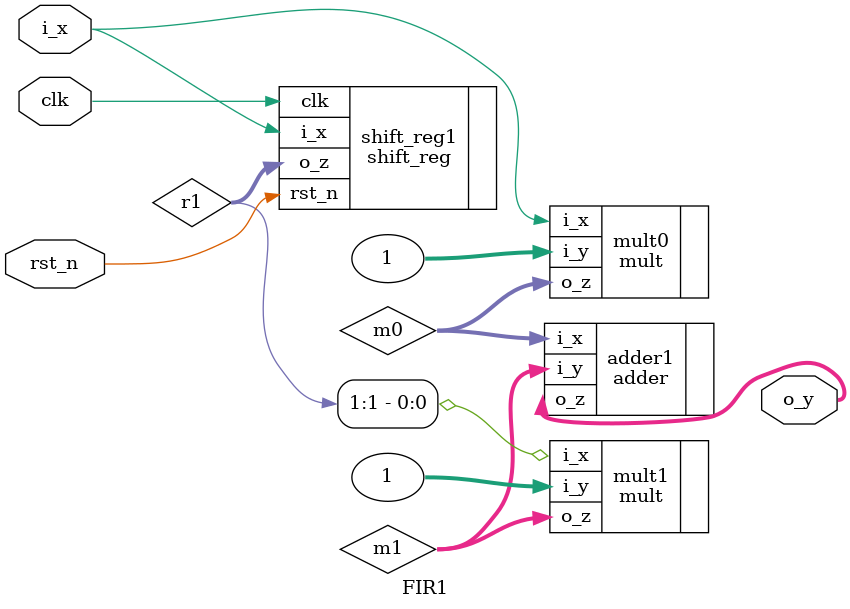
<source format=v>
module FIR1 (
input	clk, 
input	rst_n,
input	i_x,
output	[2:0] o_y
);

wire [1:0] m0;
wire [1:0] m1;
wire [1:0] r1;

shift_reg shift_reg1 (
	.clk(clk),
	.rst_n(rst_n),
	.i_x(i_x),
	.o_z(r1)
);

mult mult1 (
	.i_x(r1[1]),
	.i_y(1),
	.o_z(m1)
);

mult mult0 (
	.i_x(i_x),
	.i_y(1),
	.o_z(m0)
);

adder adder1 (
	.i_x(m0),
	.i_y(m1),
	.o_z(o_y)
);

endmodule

</source>
